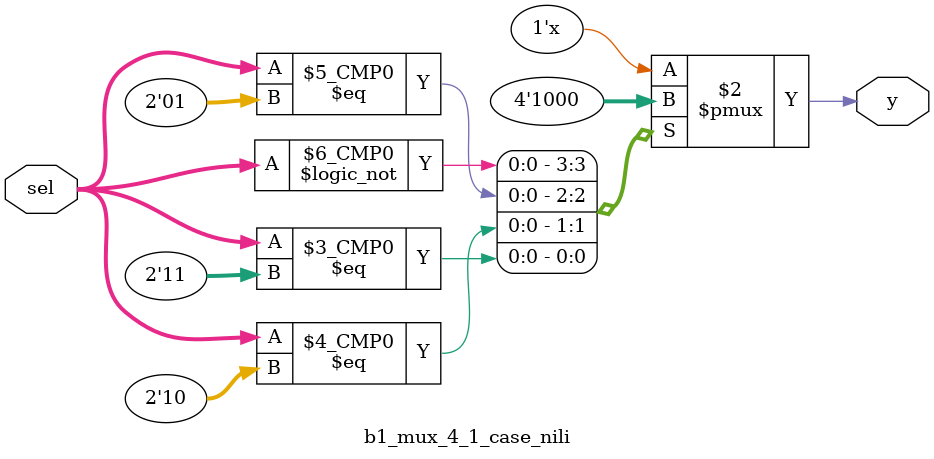
<source format=v>
module b1_mux_4_1_case_nili
(
    input      [1:0] sel,
    output reg y
);

    always @(*)
        case (sel)
        2'b00: y = 1'b1;
        2'b01: y = 1'b0;
        2'b10: y = 1'b0;
        2'b11: y = 1'b0;
        endcase

endmodule
</source>
